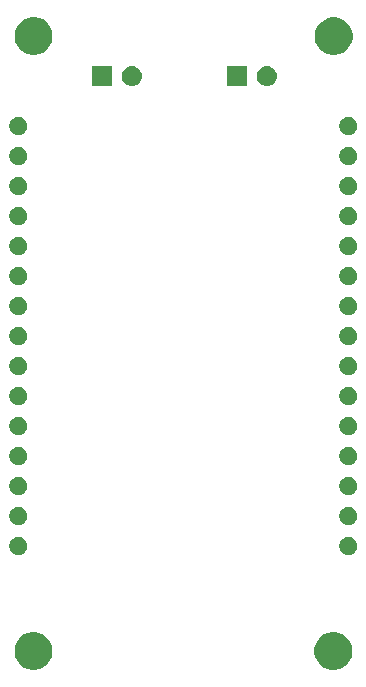
<source format=gbr>
G04 #@! TF.GenerationSoftware,KiCad,Pcbnew,(5.0.2)-1*
G04 #@! TF.CreationDate,2019-06-20T09:18:01+05:30*
G04 #@! TF.ProjectId,CapacityOfBattery,43617061-6369-4747-994f-664261747465,rev?*
G04 #@! TF.SameCoordinates,Original*
G04 #@! TF.FileFunction,Soldermask,Bot*
G04 #@! TF.FilePolarity,Negative*
%FSLAX46Y46*%
G04 Gerber Fmt 4.6, Leading zero omitted, Abs format (unit mm)*
G04 Created by KiCad (PCBNEW (5.0.2)-1) date 06/20/19 09:18:01*
%MOMM*%
%LPD*%
G01*
G04 APERTURE LIST*
%ADD10C,0.100000*%
G04 APERTURE END LIST*
D10*
G36*
X41668043Y-66195666D02*
X41959223Y-66316277D01*
X42221284Y-66491381D01*
X42444139Y-66714236D01*
X42619243Y-66976297D01*
X42739854Y-67267477D01*
X42801340Y-67576592D01*
X42801340Y-67891768D01*
X42739854Y-68200883D01*
X42619243Y-68492063D01*
X42444139Y-68754124D01*
X42221284Y-68976979D01*
X41959223Y-69152083D01*
X41668043Y-69272694D01*
X41358928Y-69334180D01*
X41043752Y-69334180D01*
X40734637Y-69272694D01*
X40443457Y-69152083D01*
X40181396Y-68976979D01*
X39958541Y-68754124D01*
X39783437Y-68492063D01*
X39662826Y-68200883D01*
X39601340Y-67891768D01*
X39601340Y-67576592D01*
X39662826Y-67267477D01*
X39783437Y-66976297D01*
X39958541Y-66714236D01*
X40181396Y-66491381D01*
X40443457Y-66316277D01*
X40734637Y-66195666D01*
X41043752Y-66134180D01*
X41358928Y-66134180D01*
X41668043Y-66195666D01*
X41668043Y-66195666D01*
G37*
G36*
X16275663Y-66195666D02*
X16566843Y-66316277D01*
X16828904Y-66491381D01*
X17051759Y-66714236D01*
X17226863Y-66976297D01*
X17347474Y-67267477D01*
X17408960Y-67576592D01*
X17408960Y-67891768D01*
X17347474Y-68200883D01*
X17226863Y-68492063D01*
X17051759Y-68754124D01*
X16828904Y-68976979D01*
X16566843Y-69152083D01*
X16275663Y-69272694D01*
X15966548Y-69334180D01*
X15651372Y-69334180D01*
X15342257Y-69272694D01*
X15051077Y-69152083D01*
X14789016Y-68976979D01*
X14566161Y-68754124D01*
X14391057Y-68492063D01*
X14270446Y-68200883D01*
X14208960Y-67891768D01*
X14208960Y-67576592D01*
X14270446Y-67267477D01*
X14391057Y-66976297D01*
X14566161Y-66714236D01*
X14789016Y-66491381D01*
X15051077Y-66316277D01*
X15342257Y-66195666D01*
X15651372Y-66134180D01*
X15966548Y-66134180D01*
X16275663Y-66195666D01*
X16275663Y-66195666D01*
G37*
G36*
X42643195Y-58097522D02*
X42692267Y-58107283D01*
X42830942Y-58164724D01*
X42955750Y-58248118D01*
X43061882Y-58354250D01*
X43145276Y-58479058D01*
X43202717Y-58617734D01*
X43232000Y-58764948D01*
X43232000Y-58915052D01*
X43202717Y-59062266D01*
X43145276Y-59200942D01*
X43061882Y-59325750D01*
X42955750Y-59431882D01*
X42955747Y-59431884D01*
X42830942Y-59515276D01*
X42692267Y-59572717D01*
X42643195Y-59582478D01*
X42545052Y-59602000D01*
X42394948Y-59602000D01*
X42296805Y-59582478D01*
X42247733Y-59572717D01*
X42109058Y-59515276D01*
X41984253Y-59431884D01*
X41984250Y-59431882D01*
X41878118Y-59325750D01*
X41794724Y-59200942D01*
X41737283Y-59062266D01*
X41708000Y-58915052D01*
X41708000Y-58764948D01*
X41737283Y-58617734D01*
X41794724Y-58479058D01*
X41878118Y-58354250D01*
X41984250Y-58248118D01*
X42109058Y-58164724D01*
X42247733Y-58107283D01*
X42296805Y-58097522D01*
X42394948Y-58078000D01*
X42545052Y-58078000D01*
X42643195Y-58097522D01*
X42643195Y-58097522D01*
G37*
G36*
X14703195Y-58097522D02*
X14752267Y-58107283D01*
X14890942Y-58164724D01*
X15015750Y-58248118D01*
X15121882Y-58354250D01*
X15205276Y-58479058D01*
X15262717Y-58617734D01*
X15292000Y-58764948D01*
X15292000Y-58915052D01*
X15262717Y-59062266D01*
X15205276Y-59200942D01*
X15121882Y-59325750D01*
X15015750Y-59431882D01*
X15015747Y-59431884D01*
X14890942Y-59515276D01*
X14752267Y-59572717D01*
X14703195Y-59582478D01*
X14605052Y-59602000D01*
X14454948Y-59602000D01*
X14356805Y-59582478D01*
X14307733Y-59572717D01*
X14169058Y-59515276D01*
X14044253Y-59431884D01*
X14044250Y-59431882D01*
X13938118Y-59325750D01*
X13854724Y-59200942D01*
X13797283Y-59062266D01*
X13768000Y-58915052D01*
X13768000Y-58764948D01*
X13797283Y-58617734D01*
X13854724Y-58479058D01*
X13938118Y-58354250D01*
X14044250Y-58248118D01*
X14169058Y-58164724D01*
X14307733Y-58107283D01*
X14356805Y-58097522D01*
X14454948Y-58078000D01*
X14605052Y-58078000D01*
X14703195Y-58097522D01*
X14703195Y-58097522D01*
G37*
G36*
X42643195Y-55557522D02*
X42692267Y-55567283D01*
X42830942Y-55624724D01*
X42955750Y-55708118D01*
X43061882Y-55814250D01*
X43145276Y-55939058D01*
X43202717Y-56077734D01*
X43232000Y-56224948D01*
X43232000Y-56375052D01*
X43202717Y-56522266D01*
X43145276Y-56660942D01*
X43061882Y-56785750D01*
X42955750Y-56891882D01*
X42955747Y-56891884D01*
X42830942Y-56975276D01*
X42692267Y-57032717D01*
X42643195Y-57042478D01*
X42545052Y-57062000D01*
X42394948Y-57062000D01*
X42296805Y-57042478D01*
X42247733Y-57032717D01*
X42109058Y-56975276D01*
X41984253Y-56891884D01*
X41984250Y-56891882D01*
X41878118Y-56785750D01*
X41794724Y-56660942D01*
X41737283Y-56522266D01*
X41708000Y-56375052D01*
X41708000Y-56224948D01*
X41737283Y-56077734D01*
X41794724Y-55939058D01*
X41878118Y-55814250D01*
X41984250Y-55708118D01*
X42109058Y-55624724D01*
X42247733Y-55567283D01*
X42296805Y-55557522D01*
X42394948Y-55538000D01*
X42545052Y-55538000D01*
X42643195Y-55557522D01*
X42643195Y-55557522D01*
G37*
G36*
X14703195Y-55557522D02*
X14752267Y-55567283D01*
X14890942Y-55624724D01*
X15015750Y-55708118D01*
X15121882Y-55814250D01*
X15205276Y-55939058D01*
X15262717Y-56077734D01*
X15292000Y-56224948D01*
X15292000Y-56375052D01*
X15262717Y-56522266D01*
X15205276Y-56660942D01*
X15121882Y-56785750D01*
X15015750Y-56891882D01*
X15015747Y-56891884D01*
X14890942Y-56975276D01*
X14752267Y-57032717D01*
X14703195Y-57042478D01*
X14605052Y-57062000D01*
X14454948Y-57062000D01*
X14356805Y-57042478D01*
X14307733Y-57032717D01*
X14169058Y-56975276D01*
X14044253Y-56891884D01*
X14044250Y-56891882D01*
X13938118Y-56785750D01*
X13854724Y-56660942D01*
X13797283Y-56522266D01*
X13768000Y-56375052D01*
X13768000Y-56224948D01*
X13797283Y-56077734D01*
X13854724Y-55939058D01*
X13938118Y-55814250D01*
X14044250Y-55708118D01*
X14169058Y-55624724D01*
X14307733Y-55567283D01*
X14356805Y-55557522D01*
X14454948Y-55538000D01*
X14605052Y-55538000D01*
X14703195Y-55557522D01*
X14703195Y-55557522D01*
G37*
G36*
X42643195Y-53017522D02*
X42692267Y-53027283D01*
X42830942Y-53084724D01*
X42955750Y-53168118D01*
X43061882Y-53274250D01*
X43145276Y-53399058D01*
X43202717Y-53537734D01*
X43232000Y-53684948D01*
X43232000Y-53835052D01*
X43202717Y-53982266D01*
X43145276Y-54120942D01*
X43061882Y-54245750D01*
X42955750Y-54351882D01*
X42955747Y-54351884D01*
X42830942Y-54435276D01*
X42692267Y-54492717D01*
X42643195Y-54502478D01*
X42545052Y-54522000D01*
X42394948Y-54522000D01*
X42296805Y-54502478D01*
X42247733Y-54492717D01*
X42109058Y-54435276D01*
X41984253Y-54351884D01*
X41984250Y-54351882D01*
X41878118Y-54245750D01*
X41794724Y-54120942D01*
X41737283Y-53982266D01*
X41708000Y-53835052D01*
X41708000Y-53684948D01*
X41737283Y-53537734D01*
X41794724Y-53399058D01*
X41878118Y-53274250D01*
X41984250Y-53168118D01*
X42109058Y-53084724D01*
X42247733Y-53027283D01*
X42296805Y-53017522D01*
X42394948Y-52998000D01*
X42545052Y-52998000D01*
X42643195Y-53017522D01*
X42643195Y-53017522D01*
G37*
G36*
X14703195Y-53017522D02*
X14752267Y-53027283D01*
X14890942Y-53084724D01*
X15015750Y-53168118D01*
X15121882Y-53274250D01*
X15205276Y-53399058D01*
X15262717Y-53537734D01*
X15292000Y-53684948D01*
X15292000Y-53835052D01*
X15262717Y-53982266D01*
X15205276Y-54120942D01*
X15121882Y-54245750D01*
X15015750Y-54351882D01*
X15015747Y-54351884D01*
X14890942Y-54435276D01*
X14752267Y-54492717D01*
X14703195Y-54502478D01*
X14605052Y-54522000D01*
X14454948Y-54522000D01*
X14356805Y-54502478D01*
X14307733Y-54492717D01*
X14169058Y-54435276D01*
X14044253Y-54351884D01*
X14044250Y-54351882D01*
X13938118Y-54245750D01*
X13854724Y-54120942D01*
X13797283Y-53982266D01*
X13768000Y-53835052D01*
X13768000Y-53684948D01*
X13797283Y-53537734D01*
X13854724Y-53399058D01*
X13938118Y-53274250D01*
X14044250Y-53168118D01*
X14169058Y-53084724D01*
X14307733Y-53027283D01*
X14356805Y-53017522D01*
X14454948Y-52998000D01*
X14605052Y-52998000D01*
X14703195Y-53017522D01*
X14703195Y-53017522D01*
G37*
G36*
X42643195Y-50477522D02*
X42692267Y-50487283D01*
X42830942Y-50544724D01*
X42955750Y-50628118D01*
X43061882Y-50734250D01*
X43145276Y-50859058D01*
X43202717Y-50997734D01*
X43232000Y-51144948D01*
X43232000Y-51295052D01*
X43202717Y-51442266D01*
X43145276Y-51580942D01*
X43061882Y-51705750D01*
X42955750Y-51811882D01*
X42955747Y-51811884D01*
X42830942Y-51895276D01*
X42692267Y-51952717D01*
X42643195Y-51962478D01*
X42545052Y-51982000D01*
X42394948Y-51982000D01*
X42296805Y-51962478D01*
X42247733Y-51952717D01*
X42109058Y-51895276D01*
X41984253Y-51811884D01*
X41984250Y-51811882D01*
X41878118Y-51705750D01*
X41794724Y-51580942D01*
X41737283Y-51442266D01*
X41708000Y-51295052D01*
X41708000Y-51144948D01*
X41737283Y-50997734D01*
X41794724Y-50859058D01*
X41878118Y-50734250D01*
X41984250Y-50628118D01*
X42109058Y-50544724D01*
X42247733Y-50487283D01*
X42296805Y-50477522D01*
X42394948Y-50458000D01*
X42545052Y-50458000D01*
X42643195Y-50477522D01*
X42643195Y-50477522D01*
G37*
G36*
X14703195Y-50477522D02*
X14752267Y-50487283D01*
X14890942Y-50544724D01*
X15015750Y-50628118D01*
X15121882Y-50734250D01*
X15205276Y-50859058D01*
X15262717Y-50997734D01*
X15292000Y-51144948D01*
X15292000Y-51295052D01*
X15262717Y-51442266D01*
X15205276Y-51580942D01*
X15121882Y-51705750D01*
X15015750Y-51811882D01*
X15015747Y-51811884D01*
X14890942Y-51895276D01*
X14752267Y-51952717D01*
X14703195Y-51962478D01*
X14605052Y-51982000D01*
X14454948Y-51982000D01*
X14356805Y-51962478D01*
X14307733Y-51952717D01*
X14169058Y-51895276D01*
X14044253Y-51811884D01*
X14044250Y-51811882D01*
X13938118Y-51705750D01*
X13854724Y-51580942D01*
X13797283Y-51442266D01*
X13768000Y-51295052D01*
X13768000Y-51144948D01*
X13797283Y-50997734D01*
X13854724Y-50859058D01*
X13938118Y-50734250D01*
X14044250Y-50628118D01*
X14169058Y-50544724D01*
X14307733Y-50487283D01*
X14356805Y-50477522D01*
X14454948Y-50458000D01*
X14605052Y-50458000D01*
X14703195Y-50477522D01*
X14703195Y-50477522D01*
G37*
G36*
X42643195Y-47937522D02*
X42692267Y-47947283D01*
X42830942Y-48004724D01*
X42955750Y-48088118D01*
X43061882Y-48194250D01*
X43145276Y-48319058D01*
X43202717Y-48457734D01*
X43232000Y-48604948D01*
X43232000Y-48755052D01*
X43202717Y-48902266D01*
X43145276Y-49040942D01*
X43061882Y-49165750D01*
X42955750Y-49271882D01*
X42955747Y-49271884D01*
X42830942Y-49355276D01*
X42692267Y-49412717D01*
X42643195Y-49422478D01*
X42545052Y-49442000D01*
X42394948Y-49442000D01*
X42296805Y-49422478D01*
X42247733Y-49412717D01*
X42109058Y-49355276D01*
X41984253Y-49271884D01*
X41984250Y-49271882D01*
X41878118Y-49165750D01*
X41794724Y-49040942D01*
X41737283Y-48902266D01*
X41708000Y-48755052D01*
X41708000Y-48604948D01*
X41737283Y-48457734D01*
X41794724Y-48319058D01*
X41878118Y-48194250D01*
X41984250Y-48088118D01*
X42109058Y-48004724D01*
X42247733Y-47947283D01*
X42296805Y-47937522D01*
X42394948Y-47918000D01*
X42545052Y-47918000D01*
X42643195Y-47937522D01*
X42643195Y-47937522D01*
G37*
G36*
X14703195Y-47937522D02*
X14752267Y-47947283D01*
X14890942Y-48004724D01*
X15015750Y-48088118D01*
X15121882Y-48194250D01*
X15205276Y-48319058D01*
X15262717Y-48457734D01*
X15292000Y-48604948D01*
X15292000Y-48755052D01*
X15262717Y-48902266D01*
X15205276Y-49040942D01*
X15121882Y-49165750D01*
X15015750Y-49271882D01*
X15015747Y-49271884D01*
X14890942Y-49355276D01*
X14752267Y-49412717D01*
X14703195Y-49422478D01*
X14605052Y-49442000D01*
X14454948Y-49442000D01*
X14356805Y-49422478D01*
X14307733Y-49412717D01*
X14169058Y-49355276D01*
X14044253Y-49271884D01*
X14044250Y-49271882D01*
X13938118Y-49165750D01*
X13854724Y-49040942D01*
X13797283Y-48902266D01*
X13768000Y-48755052D01*
X13768000Y-48604948D01*
X13797283Y-48457734D01*
X13854724Y-48319058D01*
X13938118Y-48194250D01*
X14044250Y-48088118D01*
X14169058Y-48004724D01*
X14307733Y-47947283D01*
X14356805Y-47937522D01*
X14454948Y-47918000D01*
X14605052Y-47918000D01*
X14703195Y-47937522D01*
X14703195Y-47937522D01*
G37*
G36*
X42643195Y-45397522D02*
X42692267Y-45407283D01*
X42830942Y-45464724D01*
X42955750Y-45548118D01*
X43061882Y-45654250D01*
X43145276Y-45779058D01*
X43202717Y-45917734D01*
X43232000Y-46064948D01*
X43232000Y-46215052D01*
X43202717Y-46362266D01*
X43145276Y-46500942D01*
X43061882Y-46625750D01*
X42955750Y-46731882D01*
X42955747Y-46731884D01*
X42830942Y-46815276D01*
X42692267Y-46872717D01*
X42643195Y-46882478D01*
X42545052Y-46902000D01*
X42394948Y-46902000D01*
X42296805Y-46882478D01*
X42247733Y-46872717D01*
X42109058Y-46815276D01*
X41984253Y-46731884D01*
X41984250Y-46731882D01*
X41878118Y-46625750D01*
X41794724Y-46500942D01*
X41737283Y-46362266D01*
X41708000Y-46215052D01*
X41708000Y-46064948D01*
X41737283Y-45917734D01*
X41794724Y-45779058D01*
X41878118Y-45654250D01*
X41984250Y-45548118D01*
X42109058Y-45464724D01*
X42247733Y-45407283D01*
X42296805Y-45397522D01*
X42394948Y-45378000D01*
X42545052Y-45378000D01*
X42643195Y-45397522D01*
X42643195Y-45397522D01*
G37*
G36*
X14703195Y-45397522D02*
X14752267Y-45407283D01*
X14890942Y-45464724D01*
X15015750Y-45548118D01*
X15121882Y-45654250D01*
X15205276Y-45779058D01*
X15262717Y-45917734D01*
X15292000Y-46064948D01*
X15292000Y-46215052D01*
X15262717Y-46362266D01*
X15205276Y-46500942D01*
X15121882Y-46625750D01*
X15015750Y-46731882D01*
X15015747Y-46731884D01*
X14890942Y-46815276D01*
X14752267Y-46872717D01*
X14703195Y-46882478D01*
X14605052Y-46902000D01*
X14454948Y-46902000D01*
X14356805Y-46882478D01*
X14307733Y-46872717D01*
X14169058Y-46815276D01*
X14044253Y-46731884D01*
X14044250Y-46731882D01*
X13938118Y-46625750D01*
X13854724Y-46500942D01*
X13797283Y-46362266D01*
X13768000Y-46215052D01*
X13768000Y-46064948D01*
X13797283Y-45917734D01*
X13854724Y-45779058D01*
X13938118Y-45654250D01*
X14044250Y-45548118D01*
X14169058Y-45464724D01*
X14307733Y-45407283D01*
X14356805Y-45397522D01*
X14454948Y-45378000D01*
X14605052Y-45378000D01*
X14703195Y-45397522D01*
X14703195Y-45397522D01*
G37*
G36*
X42643195Y-42857522D02*
X42692267Y-42867283D01*
X42830942Y-42924724D01*
X42955750Y-43008118D01*
X43061882Y-43114250D01*
X43145276Y-43239058D01*
X43202717Y-43377734D01*
X43232000Y-43524948D01*
X43232000Y-43675052D01*
X43202717Y-43822266D01*
X43145276Y-43960942D01*
X43061882Y-44085750D01*
X42955750Y-44191882D01*
X42955747Y-44191884D01*
X42830942Y-44275276D01*
X42692267Y-44332717D01*
X42643195Y-44342478D01*
X42545052Y-44362000D01*
X42394948Y-44362000D01*
X42296805Y-44342478D01*
X42247733Y-44332717D01*
X42109058Y-44275276D01*
X41984253Y-44191884D01*
X41984250Y-44191882D01*
X41878118Y-44085750D01*
X41794724Y-43960942D01*
X41737283Y-43822266D01*
X41708000Y-43675052D01*
X41708000Y-43524948D01*
X41737283Y-43377734D01*
X41794724Y-43239058D01*
X41878118Y-43114250D01*
X41984250Y-43008118D01*
X42109058Y-42924724D01*
X42247733Y-42867283D01*
X42296805Y-42857522D01*
X42394948Y-42838000D01*
X42545052Y-42838000D01*
X42643195Y-42857522D01*
X42643195Y-42857522D01*
G37*
G36*
X14703195Y-42857522D02*
X14752267Y-42867283D01*
X14890942Y-42924724D01*
X15015750Y-43008118D01*
X15121882Y-43114250D01*
X15205276Y-43239058D01*
X15262717Y-43377734D01*
X15292000Y-43524948D01*
X15292000Y-43675052D01*
X15262717Y-43822266D01*
X15205276Y-43960942D01*
X15121882Y-44085750D01*
X15015750Y-44191882D01*
X15015747Y-44191884D01*
X14890942Y-44275276D01*
X14752267Y-44332717D01*
X14703195Y-44342478D01*
X14605052Y-44362000D01*
X14454948Y-44362000D01*
X14356805Y-44342478D01*
X14307733Y-44332717D01*
X14169058Y-44275276D01*
X14044253Y-44191884D01*
X14044250Y-44191882D01*
X13938118Y-44085750D01*
X13854724Y-43960942D01*
X13797283Y-43822266D01*
X13768000Y-43675052D01*
X13768000Y-43524948D01*
X13797283Y-43377734D01*
X13854724Y-43239058D01*
X13938118Y-43114250D01*
X14044250Y-43008118D01*
X14169058Y-42924724D01*
X14307733Y-42867283D01*
X14356805Y-42857522D01*
X14454948Y-42838000D01*
X14605052Y-42838000D01*
X14703195Y-42857522D01*
X14703195Y-42857522D01*
G37*
G36*
X42643195Y-40317522D02*
X42692267Y-40327283D01*
X42830942Y-40384724D01*
X42955750Y-40468118D01*
X43061882Y-40574250D01*
X43145276Y-40699058D01*
X43202717Y-40837734D01*
X43232000Y-40984948D01*
X43232000Y-41135052D01*
X43202717Y-41282266D01*
X43145276Y-41420942D01*
X43061882Y-41545750D01*
X42955750Y-41651882D01*
X42955747Y-41651884D01*
X42830942Y-41735276D01*
X42692267Y-41792717D01*
X42643195Y-41802478D01*
X42545052Y-41822000D01*
X42394948Y-41822000D01*
X42296805Y-41802478D01*
X42247733Y-41792717D01*
X42109058Y-41735276D01*
X41984253Y-41651884D01*
X41984250Y-41651882D01*
X41878118Y-41545750D01*
X41794724Y-41420942D01*
X41737283Y-41282266D01*
X41708000Y-41135052D01*
X41708000Y-40984948D01*
X41737283Y-40837734D01*
X41794724Y-40699058D01*
X41878118Y-40574250D01*
X41984250Y-40468118D01*
X42109058Y-40384724D01*
X42247733Y-40327283D01*
X42296805Y-40317522D01*
X42394948Y-40298000D01*
X42545052Y-40298000D01*
X42643195Y-40317522D01*
X42643195Y-40317522D01*
G37*
G36*
X14703195Y-40317522D02*
X14752267Y-40327283D01*
X14890942Y-40384724D01*
X15015750Y-40468118D01*
X15121882Y-40574250D01*
X15205276Y-40699058D01*
X15262717Y-40837734D01*
X15292000Y-40984948D01*
X15292000Y-41135052D01*
X15262717Y-41282266D01*
X15205276Y-41420942D01*
X15121882Y-41545750D01*
X15015750Y-41651882D01*
X15015747Y-41651884D01*
X14890942Y-41735276D01*
X14752267Y-41792717D01*
X14703195Y-41802478D01*
X14605052Y-41822000D01*
X14454948Y-41822000D01*
X14356805Y-41802478D01*
X14307733Y-41792717D01*
X14169058Y-41735276D01*
X14044253Y-41651884D01*
X14044250Y-41651882D01*
X13938118Y-41545750D01*
X13854724Y-41420942D01*
X13797283Y-41282266D01*
X13768000Y-41135052D01*
X13768000Y-40984948D01*
X13797283Y-40837734D01*
X13854724Y-40699058D01*
X13938118Y-40574250D01*
X14044250Y-40468118D01*
X14169058Y-40384724D01*
X14307733Y-40327283D01*
X14356805Y-40317522D01*
X14454948Y-40298000D01*
X14605052Y-40298000D01*
X14703195Y-40317522D01*
X14703195Y-40317522D01*
G37*
G36*
X14703195Y-37777522D02*
X14752267Y-37787283D01*
X14890942Y-37844724D01*
X15015750Y-37928118D01*
X15121882Y-38034250D01*
X15205276Y-38159058D01*
X15262717Y-38297734D01*
X15292000Y-38444948D01*
X15292000Y-38595052D01*
X15262717Y-38742266D01*
X15205276Y-38880942D01*
X15121882Y-39005750D01*
X15015750Y-39111882D01*
X15015747Y-39111884D01*
X14890942Y-39195276D01*
X14752267Y-39252717D01*
X14703195Y-39262478D01*
X14605052Y-39282000D01*
X14454948Y-39282000D01*
X14356805Y-39262478D01*
X14307733Y-39252717D01*
X14169058Y-39195276D01*
X14044253Y-39111884D01*
X14044250Y-39111882D01*
X13938118Y-39005750D01*
X13854724Y-38880942D01*
X13797283Y-38742266D01*
X13768000Y-38595052D01*
X13768000Y-38444948D01*
X13797283Y-38297734D01*
X13854724Y-38159058D01*
X13938118Y-38034250D01*
X14044250Y-37928118D01*
X14169058Y-37844724D01*
X14307733Y-37787283D01*
X14356805Y-37777522D01*
X14454948Y-37758000D01*
X14605052Y-37758000D01*
X14703195Y-37777522D01*
X14703195Y-37777522D01*
G37*
G36*
X42643195Y-37777522D02*
X42692267Y-37787283D01*
X42830942Y-37844724D01*
X42955750Y-37928118D01*
X43061882Y-38034250D01*
X43145276Y-38159058D01*
X43202717Y-38297734D01*
X43232000Y-38444948D01*
X43232000Y-38595052D01*
X43202717Y-38742266D01*
X43145276Y-38880942D01*
X43061882Y-39005750D01*
X42955750Y-39111882D01*
X42955747Y-39111884D01*
X42830942Y-39195276D01*
X42692267Y-39252717D01*
X42643195Y-39262478D01*
X42545052Y-39282000D01*
X42394948Y-39282000D01*
X42296805Y-39262478D01*
X42247733Y-39252717D01*
X42109058Y-39195276D01*
X41984253Y-39111884D01*
X41984250Y-39111882D01*
X41878118Y-39005750D01*
X41794724Y-38880942D01*
X41737283Y-38742266D01*
X41708000Y-38595052D01*
X41708000Y-38444948D01*
X41737283Y-38297734D01*
X41794724Y-38159058D01*
X41878118Y-38034250D01*
X41984250Y-37928118D01*
X42109058Y-37844724D01*
X42247733Y-37787283D01*
X42296805Y-37777522D01*
X42394948Y-37758000D01*
X42545052Y-37758000D01*
X42643195Y-37777522D01*
X42643195Y-37777522D01*
G37*
G36*
X14703195Y-35237522D02*
X14752267Y-35247283D01*
X14890942Y-35304724D01*
X15015750Y-35388118D01*
X15121882Y-35494250D01*
X15205276Y-35619058D01*
X15262717Y-35757734D01*
X15292000Y-35904948D01*
X15292000Y-36055052D01*
X15262717Y-36202266D01*
X15205276Y-36340942D01*
X15121882Y-36465750D01*
X15015750Y-36571882D01*
X15015747Y-36571884D01*
X14890942Y-36655276D01*
X14752267Y-36712717D01*
X14703195Y-36722478D01*
X14605052Y-36742000D01*
X14454948Y-36742000D01*
X14356805Y-36722478D01*
X14307733Y-36712717D01*
X14169058Y-36655276D01*
X14044253Y-36571884D01*
X14044250Y-36571882D01*
X13938118Y-36465750D01*
X13854724Y-36340942D01*
X13797283Y-36202266D01*
X13768000Y-36055052D01*
X13768000Y-35904948D01*
X13797283Y-35757734D01*
X13854724Y-35619058D01*
X13938118Y-35494250D01*
X14044250Y-35388118D01*
X14169058Y-35304724D01*
X14307733Y-35247283D01*
X14356805Y-35237522D01*
X14454948Y-35218000D01*
X14605052Y-35218000D01*
X14703195Y-35237522D01*
X14703195Y-35237522D01*
G37*
G36*
X42643195Y-35237522D02*
X42692267Y-35247283D01*
X42830942Y-35304724D01*
X42955750Y-35388118D01*
X43061882Y-35494250D01*
X43145276Y-35619058D01*
X43202717Y-35757734D01*
X43232000Y-35904948D01*
X43232000Y-36055052D01*
X43202717Y-36202266D01*
X43145276Y-36340942D01*
X43061882Y-36465750D01*
X42955750Y-36571882D01*
X42955747Y-36571884D01*
X42830942Y-36655276D01*
X42692267Y-36712717D01*
X42643195Y-36722478D01*
X42545052Y-36742000D01*
X42394948Y-36742000D01*
X42296805Y-36722478D01*
X42247733Y-36712717D01*
X42109058Y-36655276D01*
X41984253Y-36571884D01*
X41984250Y-36571882D01*
X41878118Y-36465750D01*
X41794724Y-36340942D01*
X41737283Y-36202266D01*
X41708000Y-36055052D01*
X41708000Y-35904948D01*
X41737283Y-35757734D01*
X41794724Y-35619058D01*
X41878118Y-35494250D01*
X41984250Y-35388118D01*
X42109058Y-35304724D01*
X42247733Y-35247283D01*
X42296805Y-35237522D01*
X42394948Y-35218000D01*
X42545052Y-35218000D01*
X42643195Y-35237522D01*
X42643195Y-35237522D01*
G37*
G36*
X14703195Y-32697522D02*
X14752267Y-32707283D01*
X14890942Y-32764724D01*
X15015750Y-32848118D01*
X15121882Y-32954250D01*
X15205276Y-33079058D01*
X15262717Y-33217734D01*
X15292000Y-33364948D01*
X15292000Y-33515052D01*
X15262717Y-33662266D01*
X15205276Y-33800942D01*
X15121882Y-33925750D01*
X15015750Y-34031882D01*
X15015747Y-34031884D01*
X14890942Y-34115276D01*
X14752267Y-34172717D01*
X14703195Y-34182478D01*
X14605052Y-34202000D01*
X14454948Y-34202000D01*
X14356805Y-34182478D01*
X14307733Y-34172717D01*
X14169058Y-34115276D01*
X14044253Y-34031884D01*
X14044250Y-34031882D01*
X13938118Y-33925750D01*
X13854724Y-33800942D01*
X13797283Y-33662266D01*
X13768000Y-33515052D01*
X13768000Y-33364948D01*
X13797283Y-33217734D01*
X13854724Y-33079058D01*
X13938118Y-32954250D01*
X14044250Y-32848118D01*
X14169058Y-32764724D01*
X14307733Y-32707283D01*
X14356805Y-32697522D01*
X14454948Y-32678000D01*
X14605052Y-32678000D01*
X14703195Y-32697522D01*
X14703195Y-32697522D01*
G37*
G36*
X42643195Y-32697522D02*
X42692267Y-32707283D01*
X42830942Y-32764724D01*
X42955750Y-32848118D01*
X43061882Y-32954250D01*
X43145276Y-33079058D01*
X43202717Y-33217734D01*
X43232000Y-33364948D01*
X43232000Y-33515052D01*
X43202717Y-33662266D01*
X43145276Y-33800942D01*
X43061882Y-33925750D01*
X42955750Y-34031882D01*
X42955747Y-34031884D01*
X42830942Y-34115276D01*
X42692267Y-34172717D01*
X42643195Y-34182478D01*
X42545052Y-34202000D01*
X42394948Y-34202000D01*
X42296805Y-34182478D01*
X42247733Y-34172717D01*
X42109058Y-34115276D01*
X41984253Y-34031884D01*
X41984250Y-34031882D01*
X41878118Y-33925750D01*
X41794724Y-33800942D01*
X41737283Y-33662266D01*
X41708000Y-33515052D01*
X41708000Y-33364948D01*
X41737283Y-33217734D01*
X41794724Y-33079058D01*
X41878118Y-32954250D01*
X41984250Y-32848118D01*
X42109058Y-32764724D01*
X42247733Y-32707283D01*
X42296805Y-32697522D01*
X42394948Y-32678000D01*
X42545052Y-32678000D01*
X42643195Y-32697522D01*
X42643195Y-32697522D01*
G37*
G36*
X42643195Y-30157522D02*
X42692267Y-30167283D01*
X42830942Y-30224724D01*
X42955750Y-30308118D01*
X43061882Y-30414250D01*
X43145276Y-30539058D01*
X43202717Y-30677734D01*
X43232000Y-30824948D01*
X43232000Y-30975052D01*
X43202717Y-31122266D01*
X43145276Y-31260942D01*
X43061882Y-31385750D01*
X42955750Y-31491882D01*
X42955747Y-31491884D01*
X42830942Y-31575276D01*
X42692267Y-31632717D01*
X42643195Y-31642478D01*
X42545052Y-31662000D01*
X42394948Y-31662000D01*
X42296805Y-31642478D01*
X42247733Y-31632717D01*
X42109058Y-31575276D01*
X41984253Y-31491884D01*
X41984250Y-31491882D01*
X41878118Y-31385750D01*
X41794724Y-31260942D01*
X41737283Y-31122266D01*
X41708000Y-30975052D01*
X41708000Y-30824948D01*
X41737283Y-30677734D01*
X41794724Y-30539058D01*
X41878118Y-30414250D01*
X41984250Y-30308118D01*
X42109058Y-30224724D01*
X42247733Y-30167283D01*
X42296805Y-30157522D01*
X42394948Y-30138000D01*
X42545052Y-30138000D01*
X42643195Y-30157522D01*
X42643195Y-30157522D01*
G37*
G36*
X14703195Y-30157522D02*
X14752267Y-30167283D01*
X14890942Y-30224724D01*
X15015750Y-30308118D01*
X15121882Y-30414250D01*
X15205276Y-30539058D01*
X15262717Y-30677734D01*
X15292000Y-30824948D01*
X15292000Y-30975052D01*
X15262717Y-31122266D01*
X15205276Y-31260942D01*
X15121882Y-31385750D01*
X15015750Y-31491882D01*
X15015747Y-31491884D01*
X14890942Y-31575276D01*
X14752267Y-31632717D01*
X14703195Y-31642478D01*
X14605052Y-31662000D01*
X14454948Y-31662000D01*
X14356805Y-31642478D01*
X14307733Y-31632717D01*
X14169058Y-31575276D01*
X14044253Y-31491884D01*
X14044250Y-31491882D01*
X13938118Y-31385750D01*
X13854724Y-31260942D01*
X13797283Y-31122266D01*
X13768000Y-30975052D01*
X13768000Y-30824948D01*
X13797283Y-30677734D01*
X13854724Y-30539058D01*
X13938118Y-30414250D01*
X14044250Y-30308118D01*
X14169058Y-30224724D01*
X14307733Y-30167283D01*
X14356805Y-30157522D01*
X14454948Y-30138000D01*
X14605052Y-30138000D01*
X14703195Y-30157522D01*
X14703195Y-30157522D01*
G37*
G36*
X14703195Y-27617522D02*
X14752267Y-27627283D01*
X14890942Y-27684724D01*
X15015750Y-27768118D01*
X15121882Y-27874250D01*
X15205276Y-27999058D01*
X15262717Y-28137734D01*
X15292000Y-28284948D01*
X15292000Y-28435052D01*
X15262717Y-28582266D01*
X15205276Y-28720942D01*
X15121882Y-28845750D01*
X15015750Y-28951882D01*
X15015747Y-28951884D01*
X14890942Y-29035276D01*
X14752267Y-29092717D01*
X14703195Y-29102478D01*
X14605052Y-29122000D01*
X14454948Y-29122000D01*
X14356805Y-29102478D01*
X14307733Y-29092717D01*
X14169058Y-29035276D01*
X14044253Y-28951884D01*
X14044250Y-28951882D01*
X13938118Y-28845750D01*
X13854724Y-28720942D01*
X13797283Y-28582266D01*
X13768000Y-28435052D01*
X13768000Y-28284948D01*
X13797283Y-28137734D01*
X13854724Y-27999058D01*
X13938118Y-27874250D01*
X14044250Y-27768118D01*
X14169058Y-27684724D01*
X14307733Y-27627283D01*
X14356805Y-27617522D01*
X14454948Y-27598000D01*
X14605052Y-27598000D01*
X14703195Y-27617522D01*
X14703195Y-27617522D01*
G37*
G36*
X42643195Y-27617522D02*
X42692267Y-27627283D01*
X42830942Y-27684724D01*
X42955750Y-27768118D01*
X43061882Y-27874250D01*
X43145276Y-27999058D01*
X43202717Y-28137734D01*
X43232000Y-28284948D01*
X43232000Y-28435052D01*
X43202717Y-28582266D01*
X43145276Y-28720942D01*
X43061882Y-28845750D01*
X42955750Y-28951882D01*
X42955747Y-28951884D01*
X42830942Y-29035276D01*
X42692267Y-29092717D01*
X42643195Y-29102478D01*
X42545052Y-29122000D01*
X42394948Y-29122000D01*
X42296805Y-29102478D01*
X42247733Y-29092717D01*
X42109058Y-29035276D01*
X41984253Y-28951884D01*
X41984250Y-28951882D01*
X41878118Y-28845750D01*
X41794724Y-28720942D01*
X41737283Y-28582266D01*
X41708000Y-28435052D01*
X41708000Y-28284948D01*
X41737283Y-28137734D01*
X41794724Y-27999058D01*
X41878118Y-27874250D01*
X41984250Y-27768118D01*
X42109058Y-27684724D01*
X42247733Y-27627283D01*
X42296805Y-27617522D01*
X42394948Y-27598000D01*
X42545052Y-27598000D01*
X42643195Y-27617522D01*
X42643195Y-27617522D01*
G37*
G36*
X42643195Y-25077522D02*
X42692267Y-25087283D01*
X42830942Y-25144724D01*
X42955750Y-25228118D01*
X43061882Y-25334250D01*
X43145276Y-25459058D01*
X43202717Y-25597734D01*
X43232000Y-25744948D01*
X43232000Y-25895052D01*
X43202717Y-26042266D01*
X43145276Y-26180942D01*
X43061882Y-26305750D01*
X42955750Y-26411882D01*
X42955747Y-26411884D01*
X42830942Y-26495276D01*
X42692267Y-26552717D01*
X42643195Y-26562478D01*
X42545052Y-26582000D01*
X42394948Y-26582000D01*
X42296805Y-26562478D01*
X42247733Y-26552717D01*
X42109058Y-26495276D01*
X41984253Y-26411884D01*
X41984250Y-26411882D01*
X41878118Y-26305750D01*
X41794724Y-26180942D01*
X41737283Y-26042266D01*
X41708000Y-25895052D01*
X41708000Y-25744948D01*
X41737283Y-25597734D01*
X41794724Y-25459058D01*
X41878118Y-25334250D01*
X41984250Y-25228118D01*
X42109058Y-25144724D01*
X42247733Y-25087283D01*
X42296805Y-25077522D01*
X42394948Y-25058000D01*
X42545052Y-25058000D01*
X42643195Y-25077522D01*
X42643195Y-25077522D01*
G37*
G36*
X14703195Y-25077522D02*
X14752267Y-25087283D01*
X14890942Y-25144724D01*
X15015750Y-25228118D01*
X15121882Y-25334250D01*
X15205276Y-25459058D01*
X15262717Y-25597734D01*
X15292000Y-25744948D01*
X15292000Y-25895052D01*
X15262717Y-26042266D01*
X15205276Y-26180942D01*
X15121882Y-26305750D01*
X15015750Y-26411882D01*
X15015747Y-26411884D01*
X14890942Y-26495276D01*
X14752267Y-26552717D01*
X14703195Y-26562478D01*
X14605052Y-26582000D01*
X14454948Y-26582000D01*
X14356805Y-26562478D01*
X14307733Y-26552717D01*
X14169058Y-26495276D01*
X14044253Y-26411884D01*
X14044250Y-26411882D01*
X13938118Y-26305750D01*
X13854724Y-26180942D01*
X13797283Y-26042266D01*
X13768000Y-25895052D01*
X13768000Y-25744948D01*
X13797283Y-25597734D01*
X13854724Y-25459058D01*
X13938118Y-25334250D01*
X14044250Y-25228118D01*
X14169058Y-25144724D01*
X14307733Y-25087283D01*
X14356805Y-25077522D01*
X14454948Y-25058000D01*
X14605052Y-25058000D01*
X14703195Y-25077522D01*
X14703195Y-25077522D01*
G37*
G36*
X42643195Y-22537522D02*
X42692267Y-22547283D01*
X42830942Y-22604724D01*
X42955750Y-22688118D01*
X43061882Y-22794250D01*
X43145276Y-22919058D01*
X43202717Y-23057734D01*
X43232000Y-23204948D01*
X43232000Y-23355052D01*
X43202717Y-23502266D01*
X43145276Y-23640942D01*
X43061882Y-23765750D01*
X42955750Y-23871882D01*
X42955747Y-23871884D01*
X42830942Y-23955276D01*
X42692267Y-24012717D01*
X42643195Y-24022478D01*
X42545052Y-24042000D01*
X42394948Y-24042000D01*
X42296805Y-24022478D01*
X42247733Y-24012717D01*
X42109058Y-23955276D01*
X41984253Y-23871884D01*
X41984250Y-23871882D01*
X41878118Y-23765750D01*
X41794724Y-23640942D01*
X41737283Y-23502266D01*
X41708000Y-23355052D01*
X41708000Y-23204948D01*
X41737283Y-23057734D01*
X41794724Y-22919058D01*
X41878118Y-22794250D01*
X41984250Y-22688118D01*
X42109058Y-22604724D01*
X42247733Y-22547283D01*
X42296805Y-22537522D01*
X42394948Y-22518000D01*
X42545052Y-22518000D01*
X42643195Y-22537522D01*
X42643195Y-22537522D01*
G37*
G36*
X14703195Y-22537522D02*
X14752267Y-22547283D01*
X14890942Y-22604724D01*
X15015750Y-22688118D01*
X15121882Y-22794250D01*
X15205276Y-22919058D01*
X15262717Y-23057734D01*
X15292000Y-23204948D01*
X15292000Y-23355052D01*
X15262717Y-23502266D01*
X15205276Y-23640942D01*
X15121882Y-23765750D01*
X15015750Y-23871882D01*
X15015747Y-23871884D01*
X14890942Y-23955276D01*
X14752267Y-24012717D01*
X14703195Y-24022478D01*
X14605052Y-24042000D01*
X14454948Y-24042000D01*
X14356805Y-24022478D01*
X14307733Y-24012717D01*
X14169058Y-23955276D01*
X14044253Y-23871884D01*
X14044250Y-23871882D01*
X13938118Y-23765750D01*
X13854724Y-23640942D01*
X13797283Y-23502266D01*
X13768000Y-23355052D01*
X13768000Y-23204948D01*
X13797283Y-23057734D01*
X13854724Y-22919058D01*
X13938118Y-22794250D01*
X14044250Y-22688118D01*
X14169058Y-22604724D01*
X14307733Y-22547283D01*
X14356805Y-22537522D01*
X14454948Y-22518000D01*
X14605052Y-22518000D01*
X14703195Y-22537522D01*
X14703195Y-22537522D01*
G37*
G36*
X35726630Y-18212299D02*
X35886855Y-18260903D01*
X36034520Y-18339831D01*
X36163949Y-18446051D01*
X36270169Y-18575480D01*
X36349097Y-18723145D01*
X36397701Y-18883370D01*
X36414112Y-19050000D01*
X36397701Y-19216630D01*
X36349097Y-19376855D01*
X36270169Y-19524520D01*
X36163949Y-19653949D01*
X36034520Y-19760169D01*
X35886855Y-19839097D01*
X35726630Y-19887701D01*
X35601752Y-19900000D01*
X35518248Y-19900000D01*
X35393370Y-19887701D01*
X35233145Y-19839097D01*
X35085480Y-19760169D01*
X34956051Y-19653949D01*
X34849831Y-19524520D01*
X34770903Y-19376855D01*
X34722299Y-19216630D01*
X34705888Y-19050000D01*
X34722299Y-18883370D01*
X34770903Y-18723145D01*
X34849831Y-18575480D01*
X34956051Y-18446051D01*
X35085480Y-18339831D01*
X35233145Y-18260903D01*
X35393370Y-18212299D01*
X35518248Y-18200000D01*
X35601752Y-18200000D01*
X35726630Y-18212299D01*
X35726630Y-18212299D01*
G37*
G36*
X33870000Y-19900000D02*
X32170000Y-19900000D01*
X32170000Y-18200000D01*
X33870000Y-18200000D01*
X33870000Y-19900000D01*
X33870000Y-19900000D01*
G37*
G36*
X24296630Y-18212299D02*
X24456855Y-18260903D01*
X24604520Y-18339831D01*
X24733949Y-18446051D01*
X24840169Y-18575480D01*
X24919097Y-18723145D01*
X24967701Y-18883370D01*
X24984112Y-19050000D01*
X24967701Y-19216630D01*
X24919097Y-19376855D01*
X24840169Y-19524520D01*
X24733949Y-19653949D01*
X24604520Y-19760169D01*
X24456855Y-19839097D01*
X24296630Y-19887701D01*
X24171752Y-19900000D01*
X24088248Y-19900000D01*
X23963370Y-19887701D01*
X23803145Y-19839097D01*
X23655480Y-19760169D01*
X23526051Y-19653949D01*
X23419831Y-19524520D01*
X23340903Y-19376855D01*
X23292299Y-19216630D01*
X23275888Y-19050000D01*
X23292299Y-18883370D01*
X23340903Y-18723145D01*
X23419831Y-18575480D01*
X23526051Y-18446051D01*
X23655480Y-18339831D01*
X23803145Y-18260903D01*
X23963370Y-18212299D01*
X24088248Y-18200000D01*
X24171752Y-18200000D01*
X24296630Y-18212299D01*
X24296630Y-18212299D01*
G37*
G36*
X22440000Y-19900000D02*
X20740000Y-19900000D01*
X20740000Y-18200000D01*
X22440000Y-18200000D01*
X22440000Y-19900000D01*
X22440000Y-19900000D01*
G37*
G36*
X41690903Y-14135826D02*
X41982083Y-14256437D01*
X42244144Y-14431541D01*
X42466999Y-14654396D01*
X42642103Y-14916457D01*
X42762714Y-15207637D01*
X42824200Y-15516752D01*
X42824200Y-15831928D01*
X42762714Y-16141043D01*
X42642103Y-16432223D01*
X42466999Y-16694284D01*
X42244144Y-16917139D01*
X41982083Y-17092243D01*
X41690903Y-17212854D01*
X41381788Y-17274340D01*
X41066612Y-17274340D01*
X40757497Y-17212854D01*
X40466317Y-17092243D01*
X40204256Y-16917139D01*
X39981401Y-16694284D01*
X39806297Y-16432223D01*
X39685686Y-16141043D01*
X39624200Y-15831928D01*
X39624200Y-15516752D01*
X39685686Y-15207637D01*
X39806297Y-14916457D01*
X39981401Y-14654396D01*
X40204256Y-14431541D01*
X40466317Y-14256437D01*
X40757497Y-14135826D01*
X41066612Y-14074340D01*
X41381788Y-14074340D01*
X41690903Y-14135826D01*
X41690903Y-14135826D01*
G37*
G36*
X16285823Y-14115506D02*
X16577003Y-14236117D01*
X16839064Y-14411221D01*
X17061919Y-14634076D01*
X17237023Y-14896137D01*
X17357634Y-15187317D01*
X17419120Y-15496432D01*
X17419120Y-15811608D01*
X17357634Y-16120723D01*
X17237023Y-16411903D01*
X17061919Y-16673964D01*
X16839064Y-16896819D01*
X16577003Y-17071923D01*
X16285823Y-17192534D01*
X15976708Y-17254020D01*
X15661532Y-17254020D01*
X15352417Y-17192534D01*
X15061237Y-17071923D01*
X14799176Y-16896819D01*
X14576321Y-16673964D01*
X14401217Y-16411903D01*
X14280606Y-16120723D01*
X14219120Y-15811608D01*
X14219120Y-15496432D01*
X14280606Y-15187317D01*
X14401217Y-14896137D01*
X14576321Y-14634076D01*
X14799176Y-14411221D01*
X15061237Y-14236117D01*
X15352417Y-14115506D01*
X15661532Y-14054020D01*
X15976708Y-14054020D01*
X16285823Y-14115506D01*
X16285823Y-14115506D01*
G37*
M02*

</source>
